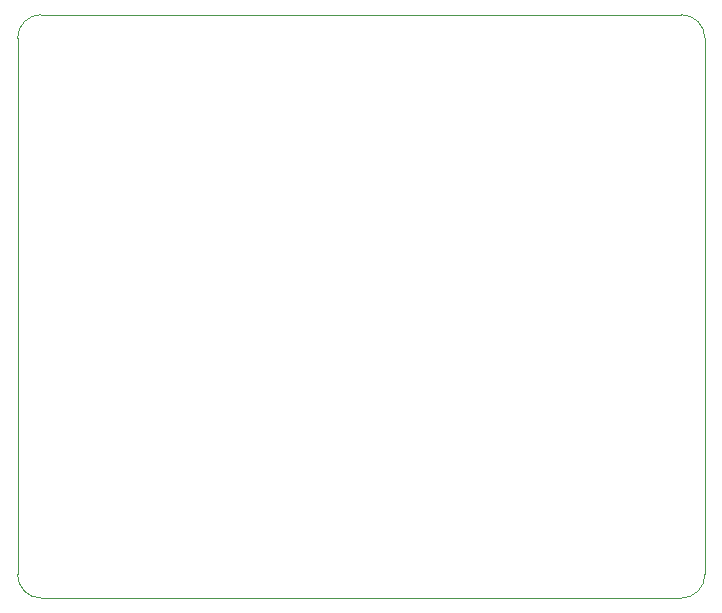
<source format=gbr>
%TF.GenerationSoftware,KiCad,Pcbnew,(5.1.6)-1*%
%TF.CreationDate,2021-04-02T17:33:40+02:00*%
%TF.ProjectId,48-24,34382d32-342e-46b6-9963-61645f706362,rev?*%
%TF.SameCoordinates,Original*%
%TF.FileFunction,Profile,NP*%
%FSLAX46Y46*%
G04 Gerber Fmt 4.6, Leading zero omitted, Abs format (unit mm)*
G04 Created by KiCad (PCBNEW (5.1.6)-1) date 2021-04-02 17:33:40*
%MOMM*%
%LPD*%
G01*
G04 APERTURE LIST*
%TA.AperFunction,Profile*%
%ADD10C,0.050000*%
%TD*%
G04 APERTURE END LIST*
D10*
X99600000Y-134200000D02*
G75*
G02*
X101600000Y-136200000I0J-2000000D01*
G01*
X43400000Y-136200000D02*
G75*
G02*
X45400000Y-134200000I2000000J0D01*
G01*
X45400000Y-183600000D02*
G75*
G02*
X43400000Y-181600000I0J2000000D01*
G01*
X101600000Y-181600000D02*
G75*
G02*
X99600000Y-183600000I-2000000J0D01*
G01*
X101600000Y-136200000D02*
X101600000Y-136600000D01*
X45400000Y-134200000D02*
X99600000Y-134200000D01*
X43400000Y-181600000D02*
X43400000Y-136200000D01*
X99600000Y-183600000D02*
X45400000Y-183600000D01*
X101600000Y-136600000D02*
X101600000Y-181600000D01*
M02*

</source>
